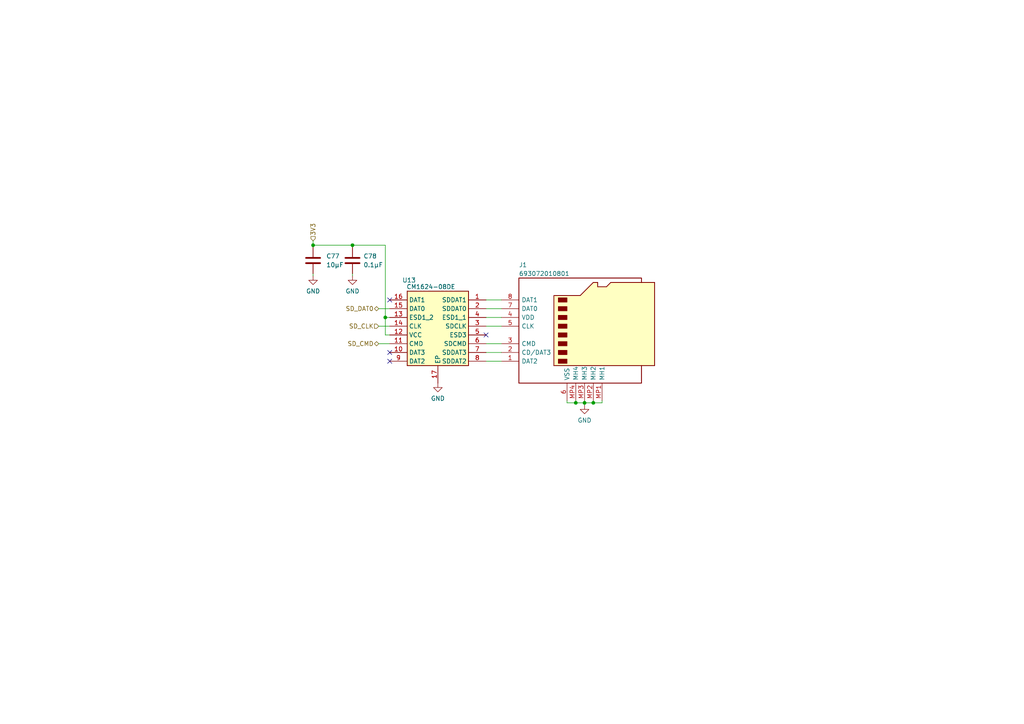
<source format=kicad_sch>
(kicad_sch (version 20230121) (generator eeschema)
  (paper "A4")
  (lib_symbols
    (symbol "693072010801:693072010801" (pin_names (offset 0.762))
      (property "Reference" "J" (at 0 29.21 0))
      (property "Value" "693072010801" (at 0 27.305 0))
      (symbol "693072010801_0_0"
        (pin passive line (at -5.08 1.905 0) (length 5.08) (name "DAT2") (number "1"))
        (pin passive line (at -5.08 4.445 0) (length 5.08) (name "CD/DAT3") (number "2"))
        (pin passive line (at -5.08 6.985 0) (length 5.08) (name "CMD") (number "3"))
        (pin passive line (at -5.08 14.605 0) (length 5.08) (name "VDD") (number "4"))
        (pin passive line (at -5.08 12.065 0) (length 5.08) (name "CLK") (number "5"))
        (pin passive line (at 13.97 -9.525 90) (length 5.08) (name "VSS") (number "6"))
        (pin passive line (at -5.08 17.145 0) (length 5.08) (name "DAT0") (number "7"))
        (pin passive line (at -5.08 19.685 0) (length 5.08) (name "DAT1") (number "8"))
        (pin passive line (at 24.13 -9.525 90) (length 5.08) (name "MH1") (number "MP1"))
        (pin passive line (at 21.59 -9.525 90) (length 5.08) (name "MH2") (number "MP2"))
        (pin passive line (at 19.05 -9.525 90) (length 5.08) (name "MH3") (number "MP3"))
        (pin passive line (at 16.51 -9.525 90) (length 5.08) (name "MH4") (number "MP4"))
      )
      (symbol "693072010801_0_1"
        (polyline (pts (xy 35.56 24.765) (xy 35.56 26.035) (xy 0 26.035) (xy 0 -4.445) (xy 35.56 -4.445) (xy 35.56 0.635)) (stroke (width 0.254)))
        (polyline (pts (xy 10.16 0.635) (xy 10.16 20.955) (xy 17.78 20.955) (xy 21.59 24.765) (xy 22.86 24.765) (xy 22.86 23.495) (xy 25.4 23.495) (xy 26.67 24.765) (xy 39.37 24.765) (xy 39.37 0.635) (xy 10.16 0.635)) (stroke (width 0.254)) (fill (type background)))
        (rectangle (start 11.43 2.54) (end 13.97 1.27) (fill (type outline)))
        (rectangle (start 11.43 5.08) (end 13.97 3.81) (fill (type outline)))
        (rectangle (start 11.43 7.62) (end 13.97 6.35) (fill (type outline)))
        (rectangle (start 11.43 10.16) (end 13.97 8.89) (fill (type outline)))
        (rectangle (start 11.43 12.7) (end 13.97 11.43) (fill (type outline)))
        (rectangle (start 11.43 15.24) (end 13.97 13.97) (fill (type outline)))
        (rectangle (start 11.43 17.78) (end 13.97 16.51) (fill (type outline)))
        (rectangle (start 11.43 20.32) (end 13.97 19.05) (fill (type outline)))
      )
    )
    (symbol "CM1624-08DE:CM1624-08DE"
      (property "Reference" "IC" (at 1.27 7.62 0))
      (property "Value" "CM1624-08DE" (at 1.27 5.08 0))
      (symbol "CM1624-08DE_1_1"
        (rectangle (start -8.89 3.81) (end 8.89 -17.78) (stroke (width 0.254)) (fill (type background)))
        (pin passive line (at -13.97 1.27 0) (length 5.08) (name "SDDAT1") (number "1"))
        (pin passive line (at 13.97 -13.97 180) (length 5.08) (name "DAT3") (number "10"))
        (pin passive line (at 13.97 -11.43 180) (length 5.08) (name "CMD") (number "11"))
        (pin passive line (at 13.97 -8.89 180) (length 5.08) (name "VCC") (number "12"))
        (pin passive line (at 13.97 -3.81 180) (length 5.08) (name "ESD1_2") (number "13"))
        (pin passive line (at 13.97 -6.35 180) (length 5.08) (name "CLK") (number "14"))
        (pin passive line (at 13.97 -1.27 180) (length 5.08) (name "DAT0") (number "15"))
        (pin passive line (at 13.97 1.27 180) (length 5.08) (name "DAT1") (number "16"))
        (pin passive line (at 0 -22.86 90) (length 5.08) (name "EP") (number "17"))
        (pin passive line (at -13.97 -1.27 0) (length 5.08) (name "SDDAT0") (number "2"))
        (pin passive line (at -13.97 -6.35 0) (length 5.08) (name "SDCLK") (number "3"))
        (pin passive line (at -13.97 -3.81 0) (length 5.08) (name "ESD1_1") (number "4"))
        (pin passive line (at -13.97 -8.89 0) (length 5.08) (name "ESD3") (number "5"))
        (pin passive line (at -13.97 -11.43 0) (length 5.08) (name "SDCMD") (number "6"))
        (pin passive line (at -13.97 -13.97 0) (length 5.08) (name "SDDAT3") (number "7"))
        (pin passive line (at -13.97 -16.51 0) (length 5.08) (name "SDDAT2") (number "8"))
        (pin passive line (at 13.97 -16.51 180) (length 5.08) (name "DAT2") (number "9"))
      )
    )
    (symbol "Device:C" (pin_numbers hide) (pin_names (offset 0.254))
      (property "Reference" "C" (at 0.635 2.54 0))
      (property "Value" "C" (at 0.635 -2.54 0))
      (symbol "C_0_1"
        (polyline (pts (xy -2.032 -0.762) (xy 2.032 -0.762)) (stroke (width 0.508)))
        (polyline (pts (xy -2.032 0.762) (xy 2.032 0.762)) (stroke (width 0.508)))
      )
      (symbol "C_1_1"
        (pin passive line (at 0 3.81 270) (length 2.794) (name "~") (number "1"))
        (pin passive line (at 0 -3.81 90) (length 2.794) (name "~") (number "2"))
      )
    )
    (symbol "power:GND" (power) (pin_names (offset 0))
      (property "Value" "GND" (at 0 -3.81 0))
      (symbol "GND_0_1"
        (polyline (pts (xy 0 0) (xy 0 -1.27) (xy 1.27 -1.27) (xy 0 -2.54) (xy -1.27 -1.27) (xy 0 -1.27)))
      )
      (symbol "GND_1_1"
        (pin power_in line (at 0 0 270) (length 0) hide (name "GND") (number "1"))
      )
    )
  )
  (junction (at 111.76 92.075))
  (junction (at 169.545 116.84))
  (junction (at 90.805 71.12))
  (junction (at 172.085 116.84))
  (junction (at 102.235 71.12))
  (junction (at 167.005 116.84))
  (no_connect (at 113.03 86.995))
  (no_connect (at 140.97 97.155))
  (no_connect (at 113.03 104.775))
  (no_connect (at 113.03 102.235))
  (wire (pts (xy 140.97 86.995) (xy 145.415 86.995)))
  (wire (pts (xy 109.855 89.535) (xy 113.03 89.535)))
  (wire (pts (xy 140.97 102.235) (xy 145.415 102.235)))
  (wire (pts (xy 140.97 94.615) (xy 145.415 94.615)))
  (wire (pts (xy 113.03 97.155) (xy 111.76 97.155)))
  (wire (pts (xy 90.805 71.755) (xy 90.805 71.12)))
  (wire (pts (xy 164.465 116.84) (xy 167.005 116.84)))
  (wire (pts (xy 140.97 89.535) (xy 145.415 89.535)))
  (wire (pts (xy 174.625 116.205) (xy 174.625 116.84)))
  (wire (pts (xy 102.235 71.12) (xy 111.76 71.12)))
  (wire (pts (xy 140.97 99.695) (xy 145.415 99.695)))
  (wire (pts (xy 172.085 116.205) (xy 172.085 116.84)))
  (wire (pts (xy 109.855 94.615) (xy 113.03 94.615)))
  (wire (pts (xy 111.76 92.075) (xy 113.03 92.075)))
  (wire (pts (xy 140.97 104.775) (xy 145.415 104.775)))
  (wire (pts (xy 90.805 69.85) (xy 90.805 71.12)))
  (wire (pts (xy 167.005 116.84) (xy 169.545 116.84)))
  (wire (pts (xy 111.76 97.155) (xy 111.76 92.075)))
  (wire (pts (xy 164.465 116.205) (xy 164.465 116.84)))
  (wire (pts (xy 109.855 99.695) (xy 113.03 99.695)))
  (wire (pts (xy 169.545 116.205) (xy 169.545 116.84)))
  (wire (pts (xy 169.545 116.84) (xy 172.085 116.84)))
  (wire (pts (xy 102.235 80.01) (xy 102.235 79.375)))
  (wire (pts (xy 167.005 116.205) (xy 167.005 116.84)))
  (wire (pts (xy 102.235 71.755) (xy 102.235 71.12)))
  (wire (pts (xy 140.97 92.075) (xy 145.415 92.075)))
  (wire (pts (xy 169.545 116.84) (xy 169.545 117.475)))
  (wire (pts (xy 90.805 80.01) (xy 90.805 79.375)))
  (wire (pts (xy 90.805 71.12) (xy 102.235 71.12)))
  (wire (pts (xy 172.085 116.84) (xy 174.625 116.84)))
  (wire (pts (xy 111.76 92.075) (xy 111.76 71.12)))
  (hierarchical_label "SD_DAT0" (shape bidirectional) (at 109.855 89.535 180))
  (hierarchical_label "SD_CMD" (shape bidirectional) (at 109.855 99.695 180))
  (hierarchical_label "3V3" (shape input) (at 90.805 69.85 90))
  (hierarchical_label "SD_CLK" (shape input) (at 109.855 94.615 180))
  (symbol (lib_id "power:GND") (at 169.545 117.475 0) (unit 1)
    (property "Reference" "#PWR0108" (effects hide))
    (property "Value" "GND" (at 169.545 121.92 0))
  )
  (symbol (lib_id "693072010801:693072010801") (at 150.495 106.68 0) (unit 1)
    (property "Reference" "J1" (at 150.495 76.835 0) (effects (justify left)))
    (property "Value" "693072010801" (at 150.495 79.375 0) (effects (justify left)))
    (property "Footprint" "693072010801:693072010801" (effects hide))
    (property "Datasheet" "https://www.we-online.de/katalog/datasheet/693072010801.pdf" (effects hide))
    (property "JLCPCB" "C9900019763" (effects hide))
  )
  (symbol (lib_id "power:GND") (at 102.235 80.01 0) (unit 1)
    (property "Reference" "#PWR0111" (effects hide))
    (property "Value" "GND" (at 102.235 84.455 0))
  )
  (symbol (lib_id "Device:C") (at 102.235 75.565 0) (unit 1)
    (property "Reference" "C78" (at 105.41 74.295 0) (effects (justify left)))
    (property "Value" "0.1µF" (at 105.41 76.835 0) (effects (justify left)))
    (property "Footprint" "Capacitor_SMD:C_0603_1608Metric" (effects hide))
    (property "JLCPCB" "C14663" (effects hide))
  )
  (symbol (lib_id "power:GND") (at 90.805 80.01 0) (unit 1)
    (property "Reference" "#PWR0112" (effects hide))
    (property "Value" "GND" (at 90.805 84.455 0))
  )
  (symbol (lib_id "Device:C") (at 90.805 75.565 0) (unit 1)
    (property "Reference" "C77" (at 94.615 74.2949 0) (effects (justify left)))
    (property "Value" "10µF" (at 94.615 76.8349 0) (effects (justify left)))
    (property "Footprint" "Capacitor_SMD:C_1206_3216Metric" (effects hide))
    (property "JLCPCB" "C13585" (effects hide))
  )
  (symbol (lib_id "CM1624-08DE:CM1624-08DE") (at 127 88.265 0) (mirror y) (unit 1)
    (property "Reference" "U13" (at 120.65 81.28 0) (effects (justify left)))
    (property "Value" "CM1624-08DE" (at 132.08 83.185 0) (effects (justify left)))
    (property "Footprint" "LIB_CM1624-08DE:SON40P135X330X55-17N" (effects hide))
  )
  (symbol (lib_id "power:GND") (at 127 111.125 0) (unit 1)
    (property "Reference" "#PWR0110" (effects hide))
    (property "Value" "GND" (at 127 115.57 0))
  )
)
</source>
